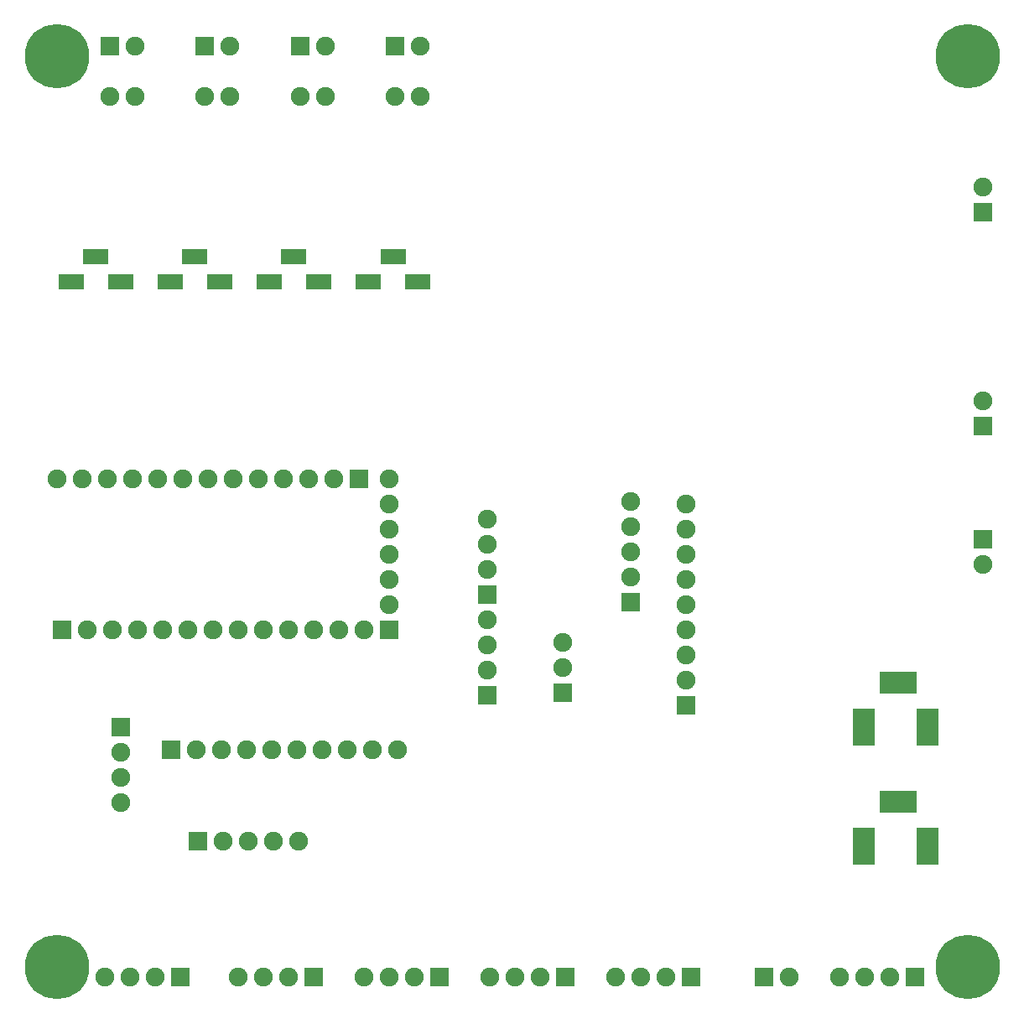
<source format=gbs>
G04 #@! TF.FileFunction,Soldermask,Bot*
%FSLAX46Y46*%
G04 Gerber Fmt 4.6, Leading zero omitted, Abs format (unit mm)*
G04 Created by KiCad (PCBNEW 4.0.6) date 04/09/17 13:57:38*
%MOMM*%
%LPD*%
G01*
G04 APERTURE LIST*
%ADD10C,0.150000*%
%ADD11R,1.905000X1.905000*%
%ADD12C,1.905000*%
%ADD13C,6.507480*%
%ADD14R,2.308000X3.708000*%
%ADD15R,3.708000X2.308000*%
%ADD16R,2.508000X1.508000*%
G04 APERTURE END LIST*
D10*
D11*
X160020000Y-57150000D03*
D12*
X160020000Y-54610000D03*
D11*
X130048000Y-106934000D03*
D12*
X130048000Y-104394000D03*
X130048000Y-101854000D03*
X130048000Y-99314000D03*
X130048000Y-96774000D03*
X130048000Y-94234000D03*
X130048000Y-91694000D03*
X130048000Y-89154000D03*
X130048000Y-86614000D03*
D11*
X100076000Y-99314000D03*
D12*
X100076000Y-96774000D03*
X100076000Y-94234000D03*
X100076000Y-91694000D03*
X100076000Y-89154000D03*
X100076000Y-86614000D03*
X100076000Y-84074000D03*
D11*
X124460000Y-96520000D03*
D12*
X124460000Y-93980000D03*
X124460000Y-91440000D03*
X124460000Y-88900000D03*
X124460000Y-86360000D03*
D11*
X80772000Y-120650000D03*
D12*
X83312000Y-120650000D03*
X85852000Y-120650000D03*
X88392000Y-120650000D03*
X90932000Y-120650000D03*
D11*
X117856000Y-134366000D03*
D12*
X115316000Y-134366000D03*
X112776000Y-134366000D03*
X110236000Y-134366000D03*
D11*
X130556000Y-134366000D03*
D12*
X128016000Y-134366000D03*
X125476000Y-134366000D03*
X122936000Y-134366000D03*
D11*
X105156000Y-134366000D03*
D12*
X102616000Y-134366000D03*
X100076000Y-134366000D03*
X97536000Y-134366000D03*
D11*
X92456000Y-134366000D03*
D12*
X89916000Y-134366000D03*
X87376000Y-134366000D03*
X84836000Y-134366000D03*
D11*
X78994000Y-134366000D03*
D12*
X76454000Y-134366000D03*
X73914000Y-134366000D03*
X71374000Y-134366000D03*
D11*
X109982000Y-105918000D03*
D12*
X109982000Y-103378000D03*
X109982000Y-100838000D03*
X109982000Y-98298000D03*
D11*
X109982000Y-95758000D03*
D12*
X109982000Y-93218000D03*
X109982000Y-90678000D03*
X109982000Y-88138000D03*
D11*
X153162000Y-134366000D03*
D12*
X150622000Y-134366000D03*
X148082000Y-134366000D03*
X145542000Y-134366000D03*
D11*
X73025000Y-109093000D03*
D12*
X73025000Y-111633000D03*
X73025000Y-114173000D03*
X73025000Y-116713000D03*
D11*
X117602000Y-105664000D03*
D12*
X117602000Y-103124000D03*
X117602000Y-100584000D03*
D11*
X71882000Y-40386000D03*
D12*
X74422000Y-40386000D03*
D11*
X137922000Y-134366000D03*
D12*
X140462000Y-134366000D03*
D11*
X81502000Y-40386000D03*
D12*
X84042000Y-40386000D03*
D11*
X160020000Y-90170000D03*
D12*
X160020000Y-92710000D03*
D11*
X91122000Y-40386000D03*
D12*
X93662000Y-40386000D03*
D11*
X160020000Y-78740000D03*
D12*
X160020000Y-76200000D03*
D11*
X100742000Y-40386000D03*
D12*
X103282000Y-40386000D03*
D11*
X67056000Y-99314000D03*
D12*
X69596000Y-99314000D03*
X72136000Y-99314000D03*
X74676000Y-99314000D03*
X77216000Y-99314000D03*
X79756000Y-99314000D03*
X82296000Y-99314000D03*
X84836000Y-99314000D03*
X87376000Y-99314000D03*
X89916000Y-99314000D03*
X92456000Y-99314000D03*
X94996000Y-99314000D03*
X97536000Y-99314000D03*
D11*
X97028000Y-84074000D03*
D12*
X94488000Y-84074000D03*
X91948000Y-84074000D03*
X89408000Y-84074000D03*
X86868000Y-84074000D03*
X84328000Y-84074000D03*
X81788000Y-84074000D03*
X79248000Y-84074000D03*
X76708000Y-84074000D03*
X74168000Y-84074000D03*
X71628000Y-84074000D03*
X69088000Y-84074000D03*
X66548000Y-84074000D03*
D11*
X78105000Y-111379000D03*
D12*
X80645000Y-111379000D03*
X83185000Y-111379000D03*
X85725000Y-111379000D03*
X88265000Y-111379000D03*
X90805000Y-111379000D03*
X93345000Y-111379000D03*
X95885000Y-111379000D03*
X98425000Y-111379000D03*
X100965000Y-111379000D03*
X74422000Y-45466000D03*
X71882000Y-45466000D03*
X103282000Y-45466000D03*
X100742000Y-45466000D03*
X93662000Y-45466000D03*
X91122000Y-45466000D03*
X84042000Y-45466000D03*
X81502000Y-45466000D03*
D13*
X158496000Y-41402000D03*
X66548000Y-133350000D03*
X66548000Y-41402000D03*
X158496000Y-133350000D03*
D14*
X148000000Y-109100000D03*
X154500000Y-109100000D03*
D15*
X151500000Y-104600000D03*
D14*
X148000000Y-121100000D03*
X154500000Y-121100000D03*
D15*
X151500000Y-116600000D03*
D16*
X78000000Y-64100000D03*
X83000000Y-64100000D03*
X80500000Y-61600000D03*
X88000000Y-64100000D03*
X93000000Y-64100000D03*
X90500000Y-61600000D03*
X98000000Y-64100000D03*
X103000000Y-64100000D03*
X100500000Y-61600000D03*
X68000000Y-64100000D03*
X73000000Y-64100000D03*
X70500000Y-61600000D03*
M02*

</source>
